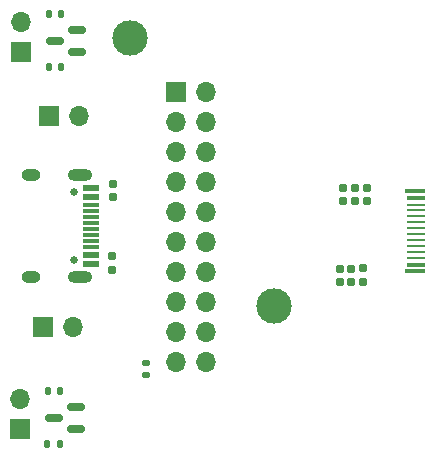
<source format=gts>
G04 #@! TF.GenerationSoftware,KiCad,Pcbnew,7.0.2-0*
G04 #@! TF.CreationDate,2023-04-27T21:17:50-05:00*
G04 #@! TF.ProjectId,usb_programmer,7573625f-7072-46f6-9772-616d6d65722e,rev?*
G04 #@! TF.SameCoordinates,Original*
G04 #@! TF.FileFunction,Soldermask,Top*
G04 #@! TF.FilePolarity,Negative*
%FSLAX46Y46*%
G04 Gerber Fmt 4.6, Leading zero omitted, Abs format (unit mm)*
G04 Created by KiCad (PCBNEW 7.0.2-0) date 2023-04-27 21:17:50*
%MOMM*%
%LPD*%
G01*
G04 APERTURE LIST*
G04 Aperture macros list*
%AMRoundRect*
0 Rectangle with rounded corners*
0 $1 Rounding radius*
0 $2 $3 $4 $5 $6 $7 $8 $9 X,Y pos of 4 corners*
0 Add a 4 corners polygon primitive as box body*
4,1,4,$2,$3,$4,$5,$6,$7,$8,$9,$2,$3,0*
0 Add four circle primitives for the rounded corners*
1,1,$1+$1,$2,$3*
1,1,$1+$1,$4,$5*
1,1,$1+$1,$6,$7*
1,1,$1+$1,$8,$9*
0 Add four rect primitives between the rounded corners*
20,1,$1+$1,$2,$3,$4,$5,0*
20,1,$1+$1,$4,$5,$6,$7,0*
20,1,$1+$1,$6,$7,$8,$9,0*
20,1,$1+$1,$8,$9,$2,$3,0*%
G04 Aperture macros list end*
%ADD10C,3.000000*%
%ADD11RoundRect,0.135000X-0.135000X-0.185000X0.135000X-0.185000X0.135000X0.185000X-0.135000X0.185000X0*%
%ADD12RoundRect,0.155000X-0.155000X0.212500X-0.155000X-0.212500X0.155000X-0.212500X0.155000X0.212500X0*%
%ADD13R,1.550000X0.410000*%
%ADD14R,1.550000X0.260000*%
%ADD15R,1.750000X0.360000*%
%ADD16RoundRect,0.155000X0.155000X-0.212500X0.155000X0.212500X-0.155000X0.212500X-0.155000X-0.212500X0*%
%ADD17R,1.700000X1.700000*%
%ADD18O,1.700000X1.700000*%
%ADD19O,1.600000X1.000000*%
%ADD20O,2.100000X1.000000*%
%ADD21R,1.450000X0.600000*%
%ADD22R,1.450000X0.300000*%
%ADD23C,0.650000*%
%ADD24RoundRect,0.150000X0.587500X0.150000X-0.587500X0.150000X-0.587500X-0.150000X0.587500X-0.150000X0*%
%ADD25RoundRect,0.135000X-0.185000X0.135000X-0.185000X-0.135000X0.185000X-0.135000X0.185000X0.135000X0*%
G04 APERTURE END LIST*
D10*
X48040000Y-83700000D03*
X35890000Y-61020000D03*
D11*
X29900000Y-90960000D03*
X28880000Y-90960000D03*
X30000000Y-59050000D03*
X28980000Y-59050000D03*
D12*
X34340000Y-79515000D03*
X34340000Y-80650000D03*
D13*
X60045000Y-80220000D03*
D14*
X60045000Y-79645000D03*
X60045000Y-79145000D03*
X60045000Y-78645000D03*
X60045000Y-78145000D03*
X60045000Y-77645000D03*
X60045000Y-77145000D03*
X60045000Y-76645000D03*
X60045000Y-76145000D03*
X60045000Y-75645000D03*
X60045000Y-75145000D03*
D13*
X60045000Y-74570000D03*
D15*
X59945000Y-80800000D03*
X59945000Y-73990000D03*
D16*
X55940000Y-74865000D03*
X55940000Y-73730000D03*
X53920000Y-74867500D03*
X53920000Y-73732500D03*
X54940000Y-74870000D03*
X54940000Y-73735000D03*
D12*
X53610000Y-80567500D03*
X53610000Y-81702500D03*
X54590000Y-80560000D03*
X54590000Y-81695000D03*
X55570000Y-80550000D03*
X55570000Y-81685000D03*
D16*
X34400000Y-74540000D03*
X34400000Y-73405000D03*
D17*
X26650000Y-62200000D03*
D18*
X26650000Y-59660000D03*
D17*
X26570000Y-94110000D03*
D18*
X26570000Y-91570000D03*
D17*
X28960000Y-67610000D03*
D18*
X31500000Y-67610000D03*
D17*
X28480000Y-85540000D03*
D18*
X31020000Y-85540000D03*
D17*
X39750000Y-65620000D03*
D18*
X42290000Y-65620000D03*
X39750000Y-68160000D03*
X42290000Y-68160000D03*
X39750000Y-70700000D03*
X42290000Y-70700000D03*
X39750000Y-73240000D03*
X42290000Y-73240000D03*
X39750000Y-75780000D03*
X42290000Y-75780000D03*
X39750000Y-78320000D03*
X42290000Y-78320000D03*
X39750000Y-80860000D03*
X42290000Y-80860000D03*
X39750000Y-83400000D03*
X42290000Y-83400000D03*
X39750000Y-85940000D03*
X42290000Y-85940000D03*
X39750000Y-88480000D03*
X42290000Y-88480000D03*
D19*
X27440000Y-81270000D03*
D20*
X31620000Y-81270000D03*
X31620000Y-72630000D03*
D19*
X27440000Y-72630000D03*
D21*
X32535000Y-73700000D03*
X32535000Y-74500000D03*
D22*
X32535000Y-75200000D03*
X32535000Y-76200000D03*
X32535000Y-77700000D03*
X32535000Y-78700000D03*
D21*
X32535000Y-79400000D03*
X32535000Y-80200000D03*
X32535000Y-80200000D03*
X32535000Y-79400000D03*
D22*
X32535000Y-78200000D03*
X32535000Y-77200000D03*
X32535000Y-76700000D03*
X32535000Y-75700000D03*
D21*
X32535000Y-74500000D03*
X32535000Y-73700000D03*
D23*
X31090000Y-74060000D03*
X31090000Y-79840000D03*
D24*
X31390000Y-62260000D03*
X31390000Y-60360000D03*
X29515000Y-61310000D03*
X31300000Y-94160000D03*
X31300000Y-92260000D03*
X29425000Y-93210000D03*
D11*
X28950000Y-63530000D03*
X29970000Y-63530000D03*
X28860000Y-95440000D03*
X29880000Y-95440000D03*
D25*
X37180000Y-88590000D03*
X37180000Y-89610000D03*
M02*

</source>
